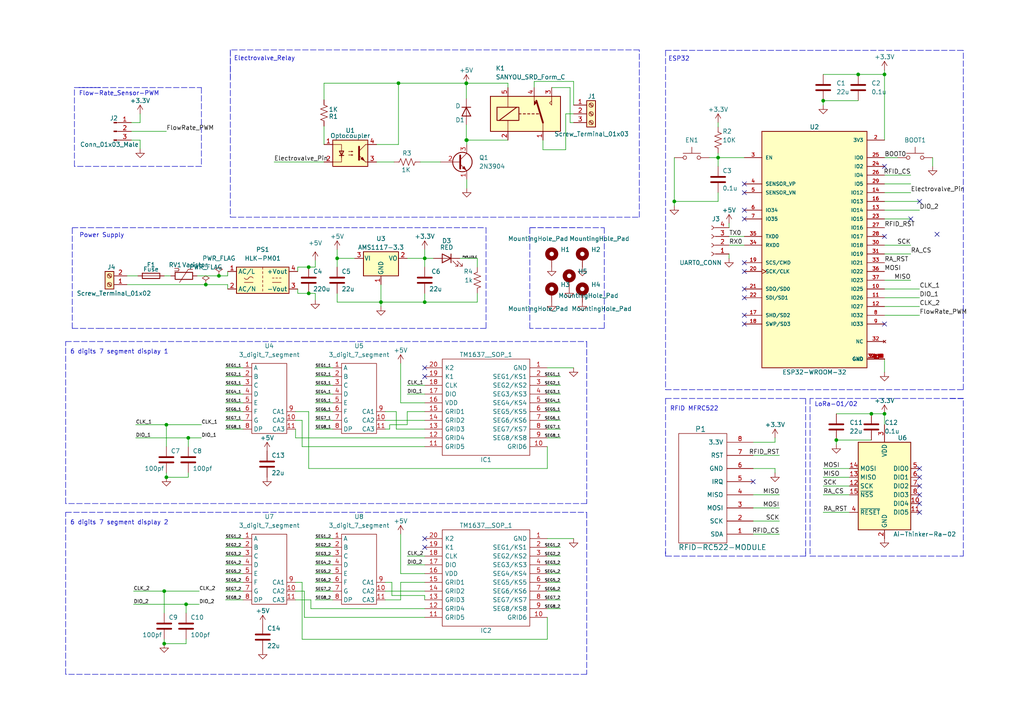
<source format=kicad_sch>
(kicad_sch (version 20211123) (generator eeschema)
  (paper "A4")
  (title_block (title "Fuel Control PCB") (date "2022-07-10") (rev "0.1") (company "Madjid"))
  (junction (at 135.255 40.64))
  (junction (at 54.61 127))
  (junction (at 59.69 82.55))
  (junction (at 123.19 74.93))
  (junction (at 248.92 21.59))
  (junction (at 135.255 24.1854))
  (junction (at 195.58 58.42))
  (junction (at 63.5 80.01))
  (junction (at 123.19 87.63))
  (junction (at 48.26 123.19))
  (junction (at 47.625 171.45))
  (junction (at 242.57 127.635))
  (junction (at 252.73 120.015))
  (junction (at 256.54 120.015))
  (junction (at 238.76 29.21))
  (junction (at 97.79 74.93))
  (junction (at 115.57 24.13))
  (junction (at 89.535 77.47))
  (junction (at 256.54 21.59))
  (junction (at 47.625 186.69))
  (junction (at 135.382 40.64))
  (junction (at 53.975 175.26))
  (junction (at 110.49 87.63))
  (junction (at 48.26 138.43))
  (junction (at 208.28 45.72))
  (junction (at 89.535 85.09))
  (junction (at 135.255 24.13))
  (no_connect (at 123.19 156.21))
  (no_connect (at 215.9 76.2))
  (no_connect (at 264.16 63.5))
  (no_connect (at 123.19 106.68))
  (no_connect (at 123.19 109.22))
  (no_connect (at 218.44 139.7))
  (no_connect (at 266.7 135.89))
  (no_connect (at 266.7 140.97))
  (no_connect (at 266.7 138.43))
  (no_connect (at 266.7 143.51))
  (no_connect (at 266.7 146.05))
  (no_connect (at 266.7 148.59))
  (no_connect (at 123.19 158.75))
  (no_connect (at 266.7 58.42))
  (no_connect (at 215.9 93.98))
  (no_connect (at 215.9 78.74))
  (no_connect (at 271.78 67.945))
  (no_connect (at 256.54 48.26))
  (no_connect (at 215.9 60.96))
  (no_connect (at 215.9 91.44))
  (no_connect (at 215.9 55.88))
  (no_connect (at 256.54 93.98))
  (no_connect (at 256.54 68.58))
  (no_connect (at 215.9 63.5))
  (no_connect (at 215.9 86.36))
  (no_connect (at 215.9 83.82))
  (no_connect (at 215.9 53.34))
  (wire (pts (xy 102.87 74.93) (xy 97.79 74.93)))
  (polyline (pts (xy 234.95 161.29) (xy 279.4 161.29)))
  (wire (pts (xy 154.94 23.622) (xy 166.37 23.622)))
  (wire (pts (xy 252.73 120.015) (xy 256.54 120.015)))
  (wire (pts (xy 91.44 161.29) (xy 96.52 161.29)))
  (polyline (pts (xy 193.04 113.03) (xy 279.4 113.03)))
  (wire (pts (xy 118.11 119.38) (xy 118.11 123.19)))
  (wire (pts (xy 238.76 135.89) (xy 246.38 135.89)))
  (polyline (pts (xy 58.42 48.26) (xy 21.59 48.26)))
  (wire (pts (xy 89.535 119.38) (xy 85.725 119.38)))
  (wire (pts (xy 36.83 80.01) (xy 40.005 80.01)))
  (wire (pts (xy 65.405 156.21) (xy 70.485 156.21)))
  (wire (pts (xy 91.44 75.565) (xy 91.44 77.47)))
  (wire (pts (xy 113.665 168.91) (xy 113.665 172.72)))
  (polyline (pts (xy 170.18 146.05) (xy 19.05 146.05)))
  (wire (pts (xy 86.36 85.09) (xy 89.535 85.09)))
  (wire (pts (xy 115.57 24.13) (xy 135.255 24.13)))
  (wire (pts (xy 91.44 111.76) (xy 96.52 111.76)))
  (wire (pts (xy 256.54 86.36) (xy 266.7 86.36)))
  (wire (pts (xy 53.975 175.26) (xy 53.975 177.8)))
  (wire (pts (xy 36.83 82.55) (xy 59.69 82.55)))
  (wire (pts (xy 116.205 173.99) (xy 111.76 173.99)))
  (wire (pts (xy 123.19 179.07) (xy 88.265 179.07)))
  (wire (pts (xy 65.405 124.46) (xy 70.485 124.46)))
  (wire (pts (xy 226.06 151.13) (xy 218.44 151.13)))
  (polyline (pts (xy 193.04 14.605) (xy 193.04 113.03)))
  (wire (pts (xy 47.625 171.45) (xy 57.785 171.45)))
  (wire (pts (xy 118.11 161.29) (xy 123.19 161.29)))
  (wire (pts (xy 166.37 23.622) (xy 166.37 30.48)))
  (wire (pts (xy 65.405 166.37) (xy 70.485 166.37)))
  (polyline (pts (xy 193.04 14.605) (xy 279.4 14.605)))
  (wire (pts (xy 160.02 25.4) (xy 165.354 25.4)))
  (wire (pts (xy 138.43 85.09) (xy 138.43 87.63)))
  (wire (pts (xy 248.92 21.59) (xy 256.54 21.59)))
  (wire (pts (xy 123.19 74.93) (xy 125.73 74.93)))
  (wire (pts (xy 205.74 45.72) (xy 208.28 45.72)))
  (wire (pts (xy 91.44 166.37) (xy 96.52 166.37)))
  (wire (pts (xy 47.625 171.45) (xy 47.625 177.8)))
  (wire (pts (xy 135.382 40.64) (xy 135.382 41.91)))
  (wire (pts (xy 90.17 176.53) (xy 90.17 173.99)))
  (wire (pts (xy 238.76 148.59) (xy 246.38 148.59)))
  (wire (pts (xy 65.405 119.38) (xy 70.485 119.38)))
  (wire (pts (xy 65.405 161.29) (xy 70.485 161.29)))
  (wire (pts (xy 162.56 127) (xy 158.75 127)))
  (polyline (pts (xy 19.05 195.58) (xy 19.05 148.59)))
  (wire (pts (xy 65.405 111.76) (xy 70.485 111.76)))
  (polyline (pts (xy 185.42 62.992) (xy 185.42 14.478)))
  (wire (pts (xy 135.255 40.64) (xy 135.382 40.64)))
  (wire (pts (xy 256.54 50.8) (xy 264.16 50.8)))
  (wire (pts (xy 57.15 80.01) (xy 63.5 80.01)))
  (wire (pts (xy 270.51 45.72) (xy 270.51 48.26)))
  (wire (pts (xy 264.16 73.66) (xy 256.54 73.66)))
  (wire (pts (xy 54.61 137.16) (xy 54.61 138.43)))
  (wire (pts (xy 256.54 88.9) (xy 266.7 88.9)))
  (wire (pts (xy 66.04 78.74) (xy 66.04 80.01)))
  (wire (pts (xy 91.44 158.75) (xy 96.52 158.75)))
  (wire (pts (xy 123.19 176.53) (xy 90.17 176.53)))
  (wire (pts (xy 264.16 55.88) (xy 256.54 55.88)))
  (wire (pts (xy 116.205 168.91) (xy 116.205 173.99)))
  (wire (pts (xy 97.79 87.63) (xy 110.49 87.63)))
  (wire (pts (xy 48.26 138.43) (xy 48.26 137.16)))
  (wire (pts (xy 123.19 168.91) (xy 116.205 168.91)))
  (wire (pts (xy 113.03 123.19) (xy 113.03 124.46)))
  (wire (pts (xy 110.49 87.63) (xy 123.19 87.63)))
  (wire (pts (xy 162.56 166.37) (xy 158.75 166.37)))
  (wire (pts (xy 86.36 77.47) (xy 89.535 77.47)))
  (wire (pts (xy 211.455 73.66) (xy 211.455 74.93)))
  (polyline (pts (xy 233.68 160.02) (xy 233.68 161.29)))
  (wire (pts (xy 38.735 171.45) (xy 47.625 171.45)))
  (wire (pts (xy 97.79 85.09) (xy 97.79 87.63)))
  (wire (pts (xy 123.19 72.39) (xy 123.19 74.93)))
  (wire (pts (xy 40.64 35.56) (xy 40.64 33.02)))
  (polyline (pts (xy 170.18 99.06) (xy 170.18 110.49)))
  (polyline (pts (xy 66.802 14.732) (xy 66.802 62.992)))
  (polyline (pts (xy 170.18 195.58) (xy 19.05 195.58)))
  (wire (pts (xy 40.64 40.64) (xy 40.64 43.18)))
  (wire (pts (xy 123.19 172.72) (xy 123.19 173.99)))
  (polyline (pts (xy 140.97 66.04) (xy 140.97 95.25)))
  (wire (pts (xy 39.37 127) (xy 54.61 127)))
  (wire (pts (xy 53.975 175.26) (xy 57.785 175.26)))
  (wire (pts (xy 162.56 124.46) (xy 158.75 124.46)))
  (wire (pts (xy 115.57 41.91) (xy 115.57 24.13)))
  (wire (pts (xy 195.58 45.72) (xy 195.58 58.42)))
  (wire (pts (xy 256.54 91.44) (xy 266.7 91.44)))
  (wire (pts (xy 123.19 119.38) (xy 118.11 119.38)))
  (wire (pts (xy 162.56 114.3) (xy 158.75 114.3)))
  (polyline (pts (xy 170.18 148.59) (xy 170.18 160.02)))
  (wire (pts (xy 87.63 185.42) (xy 87.63 168.91)))
  (wire (pts (xy 118.11 163.83) (xy 123.19 163.83)))
  (wire (pts (xy 264.16 53.34) (xy 256.54 53.34)))
  (wire (pts (xy 242.57 120.015) (xy 252.73 120.015)))
  (polyline (pts (xy 193.04 115.57) (xy 193.04 161.29)))
  (wire (pts (xy 65.405 121.92) (xy 70.485 121.92)))
  (wire (pts (xy 38.1 40.64) (xy 40.64 40.64)))
  (wire (pts (xy 121.92 46.99) (xy 127.762 46.99)))
  (wire (pts (xy 158.75 129.54) (xy 158.75 135.89)))
  (wire (pts (xy 154.94 25.4) (xy 154.94 23.622)))
  (wire (pts (xy 93.98 36.576) (xy 93.98 41.91)))
  (polyline (pts (xy 19.05 148.59) (xy 170.18 148.59)))
  (wire (pts (xy 238.76 29.21) (xy 248.92 29.21)))
  (wire (pts (xy 91.44 106.68) (xy 96.52 106.68)))
  (wire (pts (xy 116.205 116.84) (xy 123.19 116.84)))
  (polyline (pts (xy 279.4 115.57) (xy 234.95 115.57)))
  (wire (pts (xy 226.06 143.51) (xy 218.44 143.51)))
  (polyline (pts (xy 19.05 99.06) (xy 170.18 99.06)))
  (wire (pts (xy 118.11 111.76) (xy 123.19 111.76)))
  (wire (pts (xy 39.37 123.19) (xy 48.26 123.19)))
  (wire (pts (xy 89.535 85.09) (xy 91.44 85.09)))
  (wire (pts (xy 65.405 116.84) (xy 70.485 116.84)))
  (polyline (pts (xy 22.86 25.4) (xy 58.42 25.4)))
  (wire (pts (xy 164.084 43.434) (xy 157.48 43.434)))
  (wire (pts (xy 208.28 55.88) (xy 208.28 58.42)))
  (wire (pts (xy 157.48 43.434) (xy 157.48 40.64)))
  (wire (pts (xy 256.54 20.32) (xy 256.54 21.59)))
  (wire (pts (xy 256.54 104.14) (xy 256.54 107.95)))
  (wire (pts (xy 123.19 74.93) (xy 123.19 77.47)))
  (wire (pts (xy 109.22 41.91) (xy 115.57 41.91)))
  (wire (pts (xy 79.502 46.99) (xy 93.98 46.99)))
  (polyline (pts (xy 76.835 66.04) (xy 140.97 66.04)))
  (wire (pts (xy 135.382 40.64) (xy 147.32 40.64)))
  (wire (pts (xy 113.665 172.72) (xy 123.19 172.72)))
  (wire (pts (xy 91.44 119.38) (xy 96.52 119.38)))
  (wire (pts (xy 123.19 85.09) (xy 123.19 87.63)))
  (wire (pts (xy 218.44 135.89) (xy 224.79 135.89)))
  (wire (pts (xy 91.44 121.92) (xy 96.52 121.92)))
  (wire (pts (xy 86.36 78.74) (xy 86.36 77.47)))
  (wire (pts (xy 165.354 35.56) (xy 166.37 35.56)))
  (wire (pts (xy 135.255 24.1854) (xy 135.255 28.575)))
  (polyline (pts (xy 66.802 62.992) (xy 185.42 62.992)))
  (wire (pts (xy 211.455 64.77) (xy 211.455 66.04)))
  (wire (pts (xy 93.98 24.13) (xy 93.98 28.956)))
  (polyline (pts (xy 175.26 95.25) (xy 153.67 95.25)))
  (wire (pts (xy 48.26 123.19) (xy 58.42 123.19)))
  (wire (pts (xy 111.76 168.91) (xy 113.665 168.91)))
  (wire (pts (xy 47.625 186.69) (xy 47.625 185.42)))
  (polyline (pts (xy 153.67 66.04) (xy 175.26 66.04)))
  (wire (pts (xy 54.61 138.43) (xy 48.26 138.43)))
  (polyline (pts (xy 153.67 66.04) (xy 168.275 66.04)))
  (wire (pts (xy 264.16 81.28) (xy 256.54 81.28)))
  (wire (pts (xy 38.1 38.1) (xy 48.26 38.1)))
  (wire (pts (xy 135.255 36.195) (xy 135.255 40.64)))
  (wire (pts (xy 65.405 109.22) (xy 70.485 109.22)))
  (polyline (pts (xy 193.04 161.29) (xy 193.04 160.02)))
  (wire (pts (xy 256.54 21.59) (xy 256.54 40.64)))
  (wire (pts (xy 47.625 80.01) (xy 49.53 80.01)))
  (wire (pts (xy 162.56 116.84) (xy 158.75 116.84)))
  (wire (pts (xy 87.63 168.91) (xy 85.725 168.91)))
  (wire (pts (xy 211.455 68.58) (xy 215.9 68.58)))
  (polyline (pts (xy 233.68 115.57) (xy 233.68 161.29)))
  (wire (pts (xy 162.56 176.53) (xy 158.75 176.53)))
  (wire (pts (xy 238.76 143.51) (xy 246.38 143.51)))
  (wire (pts (xy 224.79 135.89) (xy 224.79 137.16)))
  (wire (pts (xy 38.1 35.56) (xy 40.64 35.56)))
  (wire (pts (xy 256.54 120.015) (xy 256.54 123.19)))
  (wire (pts (xy 123.19 129.54) (xy 87.63 129.54)))
  (wire (pts (xy 66.04 83.82) (xy 66.04 82.55)))
  (wire (pts (xy 91.44 116.84) (xy 96.52 116.84)))
  (wire (pts (xy 38.735 175.26) (xy 53.975 175.26)))
  (wire (pts (xy 238.76 29.21) (xy 238.76 30.48)))
  (wire (pts (xy 86.36 83.82) (xy 86.36 85.09)))
  (wire (pts (xy 114.935 119.38) (xy 111.76 119.38)))
  (wire (pts (xy 264.16 71.12) (xy 256.54 71.12)))
  (wire (pts (xy 65.405 106.68) (xy 70.485 106.68)))
  (wire (pts (xy 166.37 33.02) (xy 164.084 33.02)))
  (wire (pts (xy 264.16 63.5) (xy 256.54 63.5)))
  (wire (pts (xy 91.44 124.46) (xy 96.52 124.46)))
  (wire (pts (xy 135.382 52.07) (xy 135.382 54.61)))
  (wire (pts (xy 116.205 116.84) (xy 116.205 105.41)))
  (wire (pts (xy 53.975 186.69) (xy 47.625 186.69)))
  (polyline (pts (xy 140.97 95.25) (xy 76.835 95.25)))
  (wire (pts (xy 162.56 119.38) (xy 158.75 119.38)))
  (wire (pts (xy 85.725 127) (xy 123.19 127)))
  (wire (pts (xy 65.405 114.3) (xy 70.485 114.3)))
  (polyline (pts (xy 275.59 115.57) (xy 279.4 115.57)))
  (wire (pts (xy 123.19 124.46) (xy 114.935 124.46)))
  (wire (pts (xy 118.11 114.3) (xy 123.19 114.3)))
  (wire (pts (xy 97.79 72.39) (xy 97.79 74.93)))
  (wire (pts (xy 256.54 58.42) (xy 266.7 58.42)))
  (wire (pts (xy 85.725 124.46) (xy 85.725 127)))
  (wire (pts (xy 162.56 168.91) (xy 158.75 168.91)))
  (wire (pts (xy 226.06 147.32) (xy 218.44 147.32)))
  (wire (pts (xy 90.17 173.99) (xy 85.725 173.99)))
  (polyline (pts (xy 28.575 95.25) (xy 76.835 95.25)))
  (wire (pts (xy 165.354 25.4) (xy 165.354 35.56)))
  (wire (pts (xy 256.54 83.82) (xy 266.7 83.82)))
  (polyline (pts (xy 279.4 113.03) (xy 279.4 14.605)))
  (wire (pts (xy 65.405 163.83) (xy 70.485 163.83)))
  (wire (pts (xy 135.255 24.13) (xy 135.255 24.1854)))
  (wire (pts (xy 111.76 121.92) (xy 123.19 121.92)))
  (wire (pts (xy 158.75 135.89) (xy 89.535 135.89)))
  (wire (pts (xy 111.76 171.45) (xy 123.19 171.45)))
  (wire (pts (xy 91.44 171.45) (xy 96.52 171.45)))
  (wire (pts (xy 123.19 74.93) (xy 118.11 74.93)))
  (wire (pts (xy 91.44 163.83) (xy 96.52 163.83)))
  (wire (pts (xy 162.56 171.45) (xy 158.75 171.45)))
  (polyline (pts (xy 175.26 66.04) (xy 175.26 95.25)))
  (wire (pts (xy 211.455 71.12) (xy 215.9 71.12)))
  (wire (pts (xy 256.54 45.72) (xy 260.35 45.72)))
  (polyline (pts (xy 170.18 99.06) (xy 170.18 146.05)))
  (wire (pts (xy 224.79 128.27) (xy 224.79 127)))
  (wire (pts (xy 110.49 82.55) (xy 110.49 87.63)))
  (wire (pts (xy 226.06 154.94) (xy 218.44 154.94)))
  (wire (pts (xy 54.61 127) (xy 58.42 127)))
  (wire (pts (xy 162.56 173.99) (xy 158.75 173.99)))
  (wire (pts (xy 91.44 156.21) (xy 96.52 156.21)))
  (wire (pts (xy 88.265 171.45) (xy 85.725 171.45)))
  (wire (pts (xy 164.084 33.02) (xy 164.084 43.434)))
  (wire (pts (xy 226.06 132.08) (xy 218.44 132.08)))
  (wire (pts (xy 133.35 74.93) (xy 138.43 74.93)))
  (wire (pts (xy 87.63 129.54) (xy 87.63 121.92)))
  (polyline (pts (xy 193.04 115.57) (xy 233.68 115.57)))
  (wire (pts (xy 110.49 87.63) (xy 110.49 88.9)))
  (wire (pts (xy 89.535 77.47) (xy 91.44 77.47)))
  (wire (pts (xy 162.56 111.76) (xy 158.75 111.76)))
  (wire (pts (xy 158.75 156.21) (xy 166.37 156.21)))
  (polyline (pts (xy 21.59 48.26) (xy 21.59 25.4)))
  (wire (pts (xy 87.63 121.92) (xy 85.725 121.92)))
  (wire (pts (xy 158.75 106.68) (xy 166.37 106.68)))
  (wire (pts (xy 118.11 123.19) (xy 113.03 123.19)))
  (wire (pts (xy 59.69 82.55) (xy 66.04 82.55)))
  (polyline (pts (xy 185.42 14.478) (xy 66.802 14.478)))
  (wire (pts (xy 91.44 114.3) (xy 96.52 114.3)))
  (wire (pts (xy 242.57 127.635) (xy 242.57 128.905)))
  (wire (pts (xy 162.56 109.22) (xy 158.75 109.22)))
  (wire (pts (xy 208.28 45.72) (xy 208.28 48.26)))
  (wire (pts (xy 208.28 45.72) (xy 215.9 45.72)))
  (wire (pts (xy 135.255 24.13) (xy 147.32 24.13)))
  (wire (pts (xy 123.19 87.63) (xy 138.43 87.63)))
  (polyline (pts (xy 20.955 95.25) (xy 28.575 95.25)))
  (polyline (pts (xy 234.95 115.57) (xy 234.95 161.29)))
  (polyline (pts (xy 279.4 161.29) (xy 279.4 115.57)))
  (polyline (pts (xy 233.68 161.29) (xy 193.04 161.29)))
  (polyline (pts (xy 20.955 95.25) (xy 20.955 66.04)))
  (wire (pts (xy 63.5 80.01) (xy 66.04 80.01)))
  (wire (pts (xy 208.28 44.45) (xy 208.28 45.72)))
  (wire (pts (xy 116.205 166.37) (xy 123.19 166.37)))
  (wire (pts (xy 242.57 127.635) (xy 252.73 127.635)))
  (wire (pts (xy 54.61 127) (xy 54.61 129.54)))
  (wire (pts (xy 162.56 121.92) (xy 158.75 121.92)))
  (wire (pts (xy 238.76 21.59) (xy 248.92 21.59)))
  (wire (pts (xy 208.28 35.56) (xy 208.28 36.83)))
  (wire (pts (xy 48.26 123.19) (xy 48.26 129.54)))
  (wire (pts (xy 88.265 179.07) (xy 88.265 171.45)))
  (wire (pts (xy 138.43 74.93) (xy 138.43 77.47)))
  (wire (pts (xy 53.975 185.42) (xy 53.975 186.69)))
  (wire (pts (xy 162.56 163.83) (xy 158.75 163.83)))
  (wire (pts (xy 109.22 46.99) (xy 114.3 46.99)))
  (wire (pts (xy 238.76 138.43) (xy 246.38 138.43)))
  (wire (pts (xy 89.535 119.38) (xy 89.535 135.89)))
  (wire (pts (xy 65.405 173.99) (xy 70.485 173.99)))
  (wire (pts (xy 91.44 168.91) (xy 96.52 168.91)))
  (wire (pts (xy 195.58 58.42) (xy 195.58 59.69)))
  (wire (pts (xy 162.56 161.29) (xy 158.75 161.29)))
  (polyline (pts (xy 28.575 66.04) (xy 76.835 66.04)))
  (wire (pts (xy 91.44 109.22) (xy 96.52 109.22)))
  (polyline (pts (xy 170.18 148.59) (xy 170.18 195.58)))
  (wire (pts (xy 114.935 124.46) (xy 114.935 119.38)))
  (wire (pts (xy 158.75 179.07) (xy 158.75 185.42)))
  (polyline (pts (xy 21.59 25.4) (xy 29.21 25.4)))
  (polyline (pts (xy 19.05 146.05) (xy 19.05 99.06)))
  (wire (pts (xy 91.44 85.09) (xy 91.44 86.995)))
  (wire (pts (xy 208.28 58.42) (xy 195.58 58.42)))
  (polyline (pts (xy 153.67 95.25) (xy 153.67 66.04)))
  (wire (pts (xy 158.75 185.42) (xy 87.63 185.42)))
  (wire (pts (xy 113.03 124.46) (xy 111.76 124.46)))
  (wire (pts (xy 93.98 24.13) (xy 115.57 24.13)))
  (wire (pts (xy 218.44 128.27) (xy 224.79 128.27)))
  (polyline (pts (xy 20.955 66.04) (xy 28.575 66.04)))
  (wire (pts (xy 256.54 60.96) (xy 266.7 60.96)))
  (wire (pts (xy 65.405 158.75) (xy 70.485 158.75)))
  (polyline (pts (xy 66.802 14.478) (xy 66.802 22.86)))
  (wire (pts (xy 97.79 74.93) (xy 97.79 77.47)))
  (wire (pts (xy 65.405 171.45) (xy 70.485 171.45)))
  (wire (pts (xy 238.76 140.97) (xy 246.38 140.97)))
  (polyline (pts (xy 58.42 25.4) (xy 58.42 48.26)))
  (wire (pts (xy 65.405 168.91) (xy 70.485 168.91)))
  (wire (pts (xy 91.44 173.99) (xy 96.52 173.99)))
  (wire (pts (xy 162.56 158.75) (xy 158.75 158.75)))
  (wire (pts (xy 147.32 25.4) (xy 147.32 24.13)))
  (wire (pts (xy 116.205 166.37) (xy 116.205 154.94)))
  (text "Electrovalve_Relay" (at 67.818 17.78 0) (effects (font (size 1.27 1.27)) (justify left bottom)))
  (text "6 digits 7 segment display 2" (at 20.32 152.4 0) (effects (font (size 1.27 1.27)) (justify left bottom)))
  (text "LoRa-01/02\n" (at 236.22 118.11 0) (effects (font (size 1.27 1.27)) (justify left bottom)))
  (text "6 digits 7 segment display 1" (at 20.32 102.87 0) (effects (font (size 1.27 1.27)) (justify left bottom)))
  (text "RFID MFRC522" (at 194.31 119.38 0) (effects (font (size 1.27 1.27)) (justify left bottom)))
  (text "ESP32" (at 193.802 17.907 0) (effects (font (size 1.27 1.27)) (justify left bottom)))
  (text "Power Supply" (at 22.987 69.088 0) (effects (font (size 1.27 1.27)) (justify left bottom)))
  (text "Flow-Rate_Sensor-PWM" (at 22.86 27.94 0) (effects (font (size 1.27 1.27)) (justify left bottom)))
  (label "Electrovalve_Pin" (at 79.502 46.99 0))
  (label "RFID_RST" (at 256.54 66.04 0))
  (label "SEG2_1" (at 65.405 109.22 0) (effects (font (size 0.8 0.8))))
  (label "DIO_2" (at 57.785 175.26 0) (effects (font (size 1 1))))
  (label "DIO_2" (at 38.735 175.26 0) (effects (font (size 1 1))))
  (label "SEG5_2" (at 65.405 166.37 0) (effects (font (size 0.8 0.8))))
  (label "SEG3_1" (at 91.44 111.76 0) (effects (font (size 0.8 0.8))))
  (label "TX0" (at 211.455 68.58 0))
  (label "DIO_1" (at 39.37 127 0) (effects (font (size 1 1))))
  (label "SEG2_2" (at 65.405 158.75 0) (effects (font (size 0.8 0.8))))
  (label "RA_CS" (at 264.16 73.66 0))
  (label "FlowRate_PWM" (at 48.26 38.1 0))
  (label "RA_RST" (at 238.76 148.59 0))
  (label "BOOT0" (at 256.54 45.72 0))
  (label "SEG4_1" (at 91.44 114.3 0) (effects (font (size 0.8 0.8))))
  (label "SEG4_1" (at 65.405 114.3 0) (effects (font (size 0.8 0.8))))
  (label "SEG4_2" (at 162.56 166.37 180) (effects (font (size 0.8 0.8))))
  (label "SEG4_2" (at 65.405 163.83 0) (effects (font (size 0.8 0.8))))
  (label "CLK_1" (at 266.7 83.82 0))
  (label "RFID_CS" (at 226.06 154.94 180))
  (label "SCK" (at 226.06 151.13 180))
  (label "CLK_1" (at 58.42 123.19 0) (effects (font (size 1 1))))
  (label "DIO_2" (at 118.11 163.83 0) (effects (font (size 1 1))))
  (label "SEG3_1" (at 65.405 111.76 0) (effects (font (size 0.8 0.8))))
  (label "SEG1_1" (at 65.405 106.68 0) (effects (font (size 0.8 0.8))))
  (label "RX0" (at 211.455 71.12 0))
  (label "SEG6_1" (at 162.56 121.92 180) (effects (font (size 0.8 0.8))))
  (label "DIO_1" (at 58.42 127 0) (effects (font (size 1 1))))
  (label "SEG6_2" (at 91.44 168.91 0) (effects (font (size 0.8 0.8))))
  (label "CLK_2" (at 266.7 88.9 0))
  (label "Electrovalve_Pin" (at 264.16 55.88 0))
  (label "SEG6_2" (at 65.405 168.91 0) (effects (font (size 0.8 0.8))))
  (label "RA_CS" (at 238.76 143.51 0))
  (label "SEG8_2" (at 91.44 173.99 0) (effects (font (size 0.8 0.8))))
  (label "SEG6_1" (at 65.405 119.38 0) (effects (font (size 0.8 0.8))))
  (label "CLK_2" (at 57.785 171.45 0) (effects (font (size 1 1))))
  (label "SEG1_1" (at 91.44 106.68 0) (effects (font (size 0.8 0.8))))
  (label "MISO" (at 238.76 138.43 0))
  (label "SEG7_1" (at 162.56 124.46 180) (effects (font (size 0.8 0.8))))
  (label "MISO" (at 226.06 143.51 180))
  (label "SEG8_2" (at 162.56 176.53 180) (effects (font (size 0.8 0.8))))
  (label "SEG5_1" (at 65.405 116.84 0) (effects (font (size 0.8 0.8))))
  (label "SEG5_1" (at 162.56 119.38 180) (effects (font (size 0.8 0.8))))
  (label "SEG7_2" (at 162.56 173.99 180) (effects (font (size 0.8 0.8))))
  (label "SEG2_2" (at 162.56 161.29 180) (effects (font (size 0.8 0.8))))
  (label "SCK" (at 264.16 71.12 180))
  (label "SEG5_1" (at 91.44 116.84 0) (effects (font (size 0.8 0.8))))
  (label "SEG3_1" (at 162.56 114.3 180) (effects (font (size 0.8 0.8))))
  (label "FlowRate_PWM" (at 266.7 91.44 0))
  (label "SCK" (at 238.76 140.97 0))
  (label "SEG3_2" (at 91.44 161.29 0) (effects (font (size 0.8 0.8))))
  (label "MISO" (at 264.16 81.28 180))
  (label "SEG2_1" (at 162.56 111.76 180) (effects (font (size 0.8 0.8))))
  (label "SEG8_1" (at 91.44 124.46 0) (effects (font (size 0.8 0.8))))
  (label "SEG1_2" (at 162.56 158.75 180) (effects (font (size 0.8 0.8))))
  (label "DIO_2" (at 266.7 60.96 0))
  (label "SEG1_2" (at 91.44 156.21 0) (effects (font (size 0.8 0.8))))
  (label "SEG8_2" (at 65.405 173.99 0) (effects (font (size 0.8 0.8))))
  (label "CLK_2" (at 118.11 161.29 0) (effects (font (size 1 1))))
  (label "SEG8_1" (at 65.405 124.46 0) (effects (font (size 0.8 0.8))))
  (label "RA_RST" (at 256.54 76.2 0))
  (label "PWR_LED_C" (at 138.43 74.93 180) (effects (font (size 0.5 0.5))))
  (label "CLK_1" (at 118.11 111.76 0) (effects (font (size 1 1))))
  (label "SEG5_2" (at 162.56 168.91 180) (effects (font (size 0.8 0.8))))
  (label "MOSI" (at 238.76 135.89 0))
  (label "SEG4_1" (at 162.56 116.84 180) (effects (font (size 0.8 0.8))))
  (label "SEG6_2" (at 162.56 171.45 180) (effects (font (size 0.8 0.8))))
  (label "SEG5_2" (at 91.44 166.37 0) (effects (font (size 0.8 0.8))))
  (label "MOSI" (at 226.06 147.32 180))
  (label "RFID_RST" (at 226.06 132.08 180))
  (label "SEG6_1" (at 91.44 119.38 0) (effects (font (size 0.8 0.8))))
  (label "MOSI" (at 256.54 78.74 0))
  (label "SEG7_2" (at 65.405 171.45 0) (effects (font (size 0.8 0.8))))
  (label "SEG7_1" (at 65.405 121.92 0) (effects (font (size 0.8 0.8))))
  (label "SEG8_1" (at 162.56 127 180) (effects (font (size 0.8 0.8))))
  (label "SEG7_1" (at 91.44 121.92 0) (effects (font (size 0.8 0.8))))
  (label "CLK_1" (at 39.37 123.19 0) (effects (font (size 1 1))))
  (label "SEG3_2" (at 162.56 163.83 180) (effects (font (size 0.8 0.8))))
  (label "SEG2_2" (at 91.44 158.75 0) (effects (font (size 0.8 0.8))))
  (label "RFID_CS" (at 264.16 50.8 180))
  (label "SEG1_2" (at 65.405 156.21 0) (effects (font (size 0.8 0.8))))
  (label "SEG7_2" (at 91.44 171.45 0) (effects (font (size 0.8 0.8))))
  (label "CLK_2" (at 38.735 171.45 0) (effects (font (size 1 1))))
  (label "SEG1_1" (at 162.56 109.22 180) (effects (font (size 0.8 0.8))))
  (label "DIO_1" (at 266.7 86.36 0))
  (label "DIO_1" (at 118.11 114.3 0) (effects (font (size 1 1))))
  (label "SEG4_2" (at 91.44 163.83 0) (effects (font (size 0.8 0.8))))
  (label "SEG3_2" (at 65.405 161.29 0) (effects (font (size 0.8 0.8))))
  (label "SEG2_1" (at 91.44 109.22 0) (effects (font (size 0.8 0.8))))
  (symbol (lib_id "Device:C") (at 238.76 25.4 0) (unit 1)
    (property "Reference" "C1" (at 242.57 24.1299 0) (effects (justify left)))
    (property "Value" "22u" (at 242.57 26.6699 0) (effects (justify left)))
    (property "Footprint" "Capacitor_SMD:C_0603_1608Metric" (effects hide))
  )
  (symbol (lib_id "Device:LED") (at 129.54 74.93 0) (mirror y) (unit 1)
    (property "Reference" "D3" (at 129.54 69.85 0))
    (property "Value" "RED" (at 129.54 71.755 0))
    (property "Footprint" "LED_THT:LED_D5.0mm" (effects hide))
  )
  (symbol (lib_id "power:GND") (at 40.64 43.18 0) (unit 1)
    (property "Reference" "#PWR06" (effects hide))
    (property "Value" "GND" (effects hide))
  )
  (symbol (lib_id "power:+3.3V") (at 256.54 120.015 0) (unit 1)
    (property "Reference" "#PWR021" (effects hide))
    (property "Value" "+3.3V" (at 256.54 116.205 0))
  )
  (symbol (lib_id "power:GND") (at 168.91 77.47 0) (unit 1)
    (property "Reference" "#PWR0105" (effects hide))
    (property "Value" "GND" (effects hide))
  )
  (symbol (lib_id "power:+5V") (at 116.205 105.41 0) (unit 1)
    (property "Reference" "#PWR017" (effects hide))
    (property "Value" "+5V" (at 116.205 101.6 0))
  )
  (symbol (lib_id "Device:C") (at 77.47 134.62 0) (unit 1)
    (property "Reference" "C13" (at 78.74 132.08 0) (effects (justify left)))
    (property "Value" "22u" (at 78.74 137.16 0) (effects (justify left)))
    (property "Footprint" "Capacitor_SMD:C_0603_1608Metric" (effects hide))
  )
  (symbol (lib_name "3_digit_7_segment_2") (lib_id "7 segments:3_digit_7_segment") (at 76.835 166.37 0) (unit 1)
    (property "Reference" "U7" (at 78.105 149.86 0))
    (property "Value" "3_digit_7_segment" (at 78.105 152.4 0))
    (property "Footprint" "7 segments:3 digit 7 segment" (effects hide))
  )
  (symbol (lib_id "Device:C") (at 97.79 81.28 0) (unit 1)
    (property "Reference" "C5" (at 99.06 78.74 0) (effects (justify left)))
    (property "Value" "22u" (at 99.06 83.82 0) (effects (justify left)))
    (property "Footprint" "Capacitor_SMD:C_0603_1608Metric" (effects hide))
  )
  (symbol (lib_id "Device:C") (at 248.92 25.4 0) (unit 1)
    (property "Reference" "C2" (at 252.73 24.1299 0) (effects (justify left)))
    (property "Value" "0.1u" (at 252.73 26.6699 0) (effects (justify left)))
    (property "Footprint" "Capacitor_SMD:C_0603_1608Metric" (effects hide))
  )
  (symbol (lib_id "ESP32-WROOM-32:ESP32-WROOM-32") (at 236.22 73.66 0) (unit 1)
    (property "Reference" "U2" (at 236.22 36.83 0))
    (property "Value" "ESP32-WROOM-32" (at 236.22 107.95 0))
    (property "Footprint" "ESP32-WROOM-32:MODULE_ESP32-WROOM-32" (effects hide))
    (property "PARTREV" "2.9" (effects hide))
    (property "MANUFACTURER" "Espressif Systems" (effects hide))
    (property "MAXIMUM_PACKAGE_HEIGHT" "3.2 mm" (effects hide))
    (property "STANDARD" "Manufacturer Recommendations" (effects hide))
  )
  (symbol (lib_id "Device:C") (at 89.535 81.28 0) (unit 1)
    (property "Reference" "C4" (at 90.805 78.74 0) (effects (justify left)))
    (property "Value" "220u" (at 90.805 83.82 0) (effects (justify left)))
    (property "Footprint" "Capacitor_THT:C_Radial_D8.0mm_H11.5mm_P3.50mm" (effects hide))
  )
  (symbol (lib_id "Device:C") (at 123.19 81.28 0) (unit 1)
    (property "Reference" "C6" (at 125.095 78.74 0) (effects (justify left)))
    (property "Value" "22u" (at 124.46 83.82 0) (effects (justify left)))
    (property "Footprint" "Capacitor_SMD:C_0603_1608Metric" (effects hide))
  )
  (symbol (lib_id "power:GND") (at 160.02 77.47 0) (unit 1)
    (property "Reference" "#PWR0103" (effects hide))
    (property "Value" "GND" (effects hide))
  )
  (symbol (lib_id "Mechanical:MountingHole_Pad") (at 168.91 74.93 0) (unit 1)
    (property "Reference" "H2" (at 171.45 72.3899 0) (effects (justify left)))
    (property "Value" "MountingHole_Pad" (at 165.1 69.215 0) (effects (justify left)))
    (property "Footprint" "MountingHole:MountingHole_4.3mm_M4_ISO14580_Pad" (effects hide))
  )
  (symbol (lib_id "TM1637__SOP_:TM1637__SOP_") (at 158.75 106.68 0) (mirror y) (unit 1)
    (property "Reference" "IC1" (at 140.97 133.35 0))
    (property "Value" "TM1637__SOP_1" (at 140.97 102.87 0))
    (property "Footprint" "KiCad:SOIC127P1045X280-20N" (effects hide))
    (property "Datasheet" "https://www.mcielectronics.cl/website_MCI/static/documents/Datasheet_TM1637.pdf" (effects hide))
    (property "Description" "LED Drive Control Special Circuit" (effects hide))
    (property "Height" "2.8" (effects hide))
    (property "Manufacturer_Name" "TITAN MICRO ELECTRONICS" (effects hide))
    (property "Manufacturer_Part_Number" "TM1637 (SOP)" (effects hide))
  )
  (symbol (lib_id "power:GND") (at 242.57 128.905 0) (unit 1)
    (property "Reference" "#PWR030" (effects hide))
    (property "Value" "GND" (effects hide))
  )
  (symbol (lib_id "power:+5V") (at 135.255 24.1854 0) (unit 1)
    (property "Reference" "#PWR02" (effects hide))
    (property "Value" "+5V" (at 135.255 20.3754 0))
  )
  (symbol (lib_id "power:GND") (at 211.455 74.93 0) (unit 1)
    (property "Reference" "#PWR013" (effects hide))
    (property "Value" "GND" (effects hide))
  )
  (symbol (lib_id "power:PWR_FLAG") (at 63.5 80.01 0) (unit 1)
    (property "Reference" "#FLG01" (effects hide))
    (property "Value" "PWR_FLAG" (at 63.5 74.93 0))
  )
  (symbol (lib_id "7 segments:3_digit_7_segment") (at 102.87 116.84 0) (unit 1)
    (property "Reference" "U5" (at 104.14 100.33 0))
    (property "Value" "3_digit_7_segment" (at 104.14 102.87 0))
    (property "Footprint" "7 segments:3 digit 7 segment" (effects hide))
  )
  (symbol (lib_id "power:GND") (at 256.54 156.21 0) (unit 1)
    (property "Reference" "#PWR027" (effects hide))
    (property "Value" "GND" (effects hide))
  )
  (symbol (lib_id "power:PWR_FLAG") (at 59.69 82.55 0) (unit 1)
    (property "Reference" "#FLG02" (effects hide))
    (property "Value" "PWR_FLAG" (at 59.69 77.47 0))
  )
  (symbol (lib_id "Device:R_US") (at 118.11 46.99 90) (unit 1)
    (property "Reference" "R3" (at 119.38 44.45 90) (effects (justify left)))
    (property "Value" "1K" (at 119.126 49.276 90) (effects (justify left)))
    (property "Footprint" "Resistor_SMD:R_0402_1005Metric" (effects hide))
  )
  (symbol (lib_id "Device:C") (at 53.975 181.61 0) (unit 1)
    (property "Reference" "C10" (at 55.245 179.07 0) (effects (justify left)))
    (property "Value" "100pf" (at 55.245 184.15 0) (effects (justify left)))
    (property "Footprint" "Capacitor_SMD:C_0402_1005Metric" (effects hide))
  )
  (symbol (lib_id "Converter_ACDC:HLK-PM01") (at 76.2 81.28 0) (unit 1)
    (property "Reference" "PS1" (at 76.2 72.39 0))
    (property "Value" "HLK-PM01" (at 76.2 74.93 0))
    (property "Footprint" "Converter_ACDC:Converter_ACDC_HiLink_HLK-PMxx" (effects hide))
    (property "Datasheet" "http://www.hlktech.net/product_detail.php?ProId=54" (effects hide))
  )
  (symbol (lib_id "Switch:SW_Push") (at 265.43 45.72 0) (mirror y) (unit 1)
    (property "Reference" "BOOT1" (at 265.43 40.64 0))
    (property "Value" "SW_Push" (effects hide))
    (property "Footprint" "Button_Switch_SMD:SW_SPST_CK_RS282G05A3" (effects hide))
  )
  (symbol (lib_id "Device:C") (at 252.73 123.825 0) (unit 1)
    (property "Reference" "C12" (at 256.54 122.5549 0) (effects (justify left)))
    (property "Value" "0.1u" (at 256.54 125.0949 0) (effects (justify left)))
    (property "Footprint" "Capacitor_SMD:C_0603_1608Metric" (effects hide))
  )
  (symbol (lib_id "Mechanical:MountingHole_Pad") (at 168.91 85.09 0) (unit 1)
    (property "Reference" "H4" (at 171.45 82.5499 0) (effects (justify left)))
    (property "Value" "MountingHole_Pad" (at 165.735 89.535 0) (effects (justify left)))
    (property "Footprint" "MountingHole:MountingHole_4.3mm_M4_ISO14580_Pad" (effects hide))
  )
  (symbol (lib_id "power:GND") (at 77.47 138.43 0) (unit 1)
    (property "Reference" "#PWR0106" (effects hide))
    (property "Value" "GND" (effects hide))
  )
  (symbol (lib_id "Device:C") (at 54.61 133.35 0) (unit 1)
    (property "Reference" "C8" (at 55.88 130.81 0) (effects (justify left)))
    (property "Value" "100pf" (at 55.88 135.89 0) (effects (justify left)))
    (property "Footprint" "Capacitor_SMD:C_0402_1005Metric" (effects hide))
  )
  (symbol (lib_id "Switch:SW_Push") (at 200.66 45.72 0) (unit 1)
    (property "Reference" "EN1" (at 200.66 40.64 0))
    (property "Value" "SW_Push" (effects hide))
    (property "Footprint" "Button_Switch_SMD:SW_SPST_CK_RS282G05A3" (effects hide))
  )
  (symbol (lib_id "power:GND") (at 224.79 137.16 0) (unit 1)
    (property "Reference" "#PWR023" (effects hide))
    (property "Value" "GND" (effects hide))
  )
  (symbol (lib_id "Mechanical:MountingHole_Pad") (at 165.1 81.28 0) (unit 1)
    (property "Reference" "H5" (at 167.64 78.7399 0) (effects (justify left)))
    (property "Value" "MountingHole_Pad" (at 161.925 85.725 0) (effects (justify left)))
    (property "Footprint" "MountingHole:MountingHole_4.3mm_M4_ISO14580_Pad" (effects hide))
  )
  (symbol (lib_id "power:+5V") (at 97.79 72.39 0) (unit 1)
    (property "Reference" "#PWR011" (effects hide))
    (property "Value" "+5V" (at 97.79 68.58 0))
  )
  (symbol (lib_id "power:GND") (at 166.37 106.68 0) (unit 1)
    (property "Reference" "#PWR018" (effects hide))
    (property "Value" "GND" (effects hide))
  )
  (symbol (lib_id "Device:R_US") (at 138.43 81.28 0) (mirror y) (unit 1)
    (property "Reference" "R4" (at 137.16 78.74 0) (effects (justify left)))
    (property "Value" "1k" (at 137.16 81.28 0) (effects (justify left)))
    (property "Footprint" "Resistor_SMD:R_0402_1005Metric" (effects hide))
  )
  (symbol (lib_id "Isolator:SFH617A-1") (at 101.6 44.45 0) (unit 1)
    (property "Reference" "U1" (at 101.6 37.846 0))
    (property "Value" "Optocoupler" (at 101.6 39.37 0))
    (property "Footprint" "Package_DIP:DIP-4_W7.62mm" (effects hide))
    (property "Datasheet" "http://www.vishay.com/docs/83740/sfh617a.pdf" (effects hide))
  )
  (symbol (lib_id "Device:Varistor") (at 53.34 80.01 270) (unit 1)
    (property "Reference" "RV1" (at 52.705 76.835 90) (effects (justify right)))
    (property "Value" "Varistor" (at 60.325 76.835 90) (effects (justify right)))
    (property "Footprint" "Varistor:RV_Disc_D12mm_W5.1mm_P7.5mm" (effects hide))
  )
  (symbol (lib_id "power:+3.3V") (at 208.28 35.56 0) (unit 1)
    (property "Reference" "#PWR05" (effects hide))
    (property "Value" "+3.3V" (at 208.28 31.75 0))
  )
  (symbol (lib_id "Device:C") (at 47.625 181.61 0) (unit 1)
    (property "Reference" "C9" (at 48.895 179.07 0) (effects (justify left)))
    (property "Value" "100pf" (at 41.275 184.15 0) (effects (justify left)))
    (property "Footprint" "Capacitor_SMD:C_0402_1005Metric" (effects hide))
  )
  (symbol (lib_id "Device:R_US") (at 93.98 32.766 180) (unit 1)
    (property "Reference" "R1" (at 98.044 33.782 0) (effects (justify left)))
    (property "Value" "1K" (at 98.044 31.75 0) (effects (justify left)))
    (property "Footprint" "Resistor_SMD:R_0402_1005Metric" (effects hide))
  )
  (symbol (lib_id "rfid-rc522-module:RFID-RC522-MODULE") (at 204.47 140.97 90) (unit 1)
    (property "Reference" "P1" (at 203.2 124.46 90) (effects (font (size 1.524 1.524))))
    (property "Value" "RFID-RC522-MODULE" (at 209.55 158.75 90) (effects (font (size 1.524 1.524))))
    (property "Footprint" "Connector_PinSocket_2.54mm:PinSocket_1x08_P2.54mm_Vertical" (effects hide))
  )
  (symbol (lib_id "Connector:Conn_01x04_Female") (at 206.375 71.12 180) (unit 1)
    (property "Reference" "J3" (at 207.645 63.5 0))
    (property "Value" "UART0_CONN" (at 203.2 76.2 0))
    (property "Footprint" "Connector_PinHeader_2.54mm:PinHeader_1x04_P2.54mm_Vertical" (effects hide))
  )
  (symbol (lib_id "RF_Module:Ai-Thinker-Ra-02") (at 256.54 140.97 0) (unit 1)
    (property "Reference" "U6" (at 260.35 127 0) (effects (justify left)))
    (property "Value" "Ai-Thinker-Ra-02" (at 259.08 154.94 0) (effects (justify left)))
    (property "Footprint" "RF_Module:Ai-Thinker-Ra-01-LoRa" (effects hide))
    (property "Datasheet" "http://wiki.ai-thinker.com/_media/lora/docs/c048ps01a1_ra-02_product_specification_v1.1.pdf" (effects hide))
  )
  (symbol (lib_id "power:GND") (at 135.382 54.61 0) (unit 1)
    (property "Reference" "#PWR08" (effects hide))
    (property "Value" "GND" (effects hide))
  )
  (symbol (lib_id "power:+5V") (at 91.44 75.565 0) (unit 1)
    (property "Reference" "#PWR014" (effects hide))
    (property "Value" "+5V" (at 91.44 70.485 0))
  )
  (symbol (lib_id "Device:Fuse") (at 43.815 80.01 90) (unit 1)
    (property "Reference" "F1" (at 43.815 76.835 90))
    (property "Value" "Fuse" (at 43.815 78.105 90))
    (property "Footprint" "Fuse:Fuseholder_Cylinder-5x20mm_Schurter_0031_8201_Horizontal_Open" (effects hide))
  )
  (symbol (lib_id "Device:C") (at 208.28 52.07 0) (unit 1)
    (property "Reference" "C3" (at 209.55 49.53 0) (effects (justify left)))
    (property "Value" "0.1u" (at 209.55 54.61 0) (effects (justify left)))
    (property "Footprint" "Capacitor_SMD:C_0603_1608Metric" (effects hide))
  )
  (symbol (lib_id "power:+5V") (at 77.47 130.81 0) (unit 1)
    (property "Reference" "#PWR0108" (effects hide))
    (property "Value" "+5V" (at 77.47 127 0))
  )
  (symbol (lib_id "Mechanical:MountingHole_Pad") (at 160.02 85.09 0) (unit 1)
    (property "Reference" "H3" (at 162.56 82.5499 0) (effects (justify left)))
    (property "Value" "MountingHole_Pad" (at 147.32 89.535 0) (effects (justify left)))
    (property "Footprint" "MountingHole:MountingHole_4.3mm_M4_ISO14580_Pad" (effects hide))
  )
  (symbol (lib_id "Regulator_Linear:AMS1117-3.3") (at 110.49 74.93 0) (unit 1)
    (property "Reference" "U3" (at 110.49 69.215 0))
    (property "Value" "AMS1117-3.3" (at 110.49 71.755 0))
    (property "Footprint" "Package_TO_SOT_SMD:SOT-223-3_TabPin2" (effects hide))
    (property "Datasheet" "http://www.advanced-monolithic.com/pdf/ds1117.pdf" (effects hide))
  )
  (symbol (lib_id "Connector:Conn_01x03_Male") (at 33.02 38.1 0) (unit 1)
    (property "Reference" "J2" (at 33.02 34.29 0))
    (property "Value" "Conn_01x03_Male" (at 31.75 41.91 0))
    (property "Footprint" "Connector_PinHeader_2.54mm:PinHeader_1x03_P2.54mm_Vertical" (effects hide))
  )
  (symbol (lib_id "power:GND") (at 76.2 188.595 0) (unit 1)
    (property "Reference" "#PWR0109" (effects hide))
    (property "Value" "GND" (effects hide))
  )
  (symbol (lib_name "3_digit_7_segment_3") (lib_id "7 segments:3_digit_7_segment") (at 102.87 166.37 0) (unit 1)
    (property "Reference" "U8" (at 104.14 149.86 0))
    (property "Value" "3_digit_7_segment" (at 104.14 152.4 0))
    (property "Footprint" "7 segments:3 digit 7 segment" (effects hide))
  )
  (symbol (lib_id "power:+3.3V") (at 123.19 72.39 0) (unit 1)
    (property "Reference" "#PWR012" (effects hide))
    (property "Value" "+3.3V" (at 123.19 68.58 0))
  )
  (symbol (lib_id "power:GND") (at 47.625 186.69 0) (unit 1)
    (property "Reference" "#PWR029" (effects hide))
    (property "Value" "GND" (effects hide))
  )
  (symbol (lib_id "power:GND") (at 110.49 88.9 0) (unit 1)
    (property "Reference" "#PWR016" (effects hide))
    (property "Value" "GND" (effects hide))
  )
  (symbol (lib_id "power:GND") (at 195.58 59.69 0) (unit 1)
    (property "Reference" "#PWR09" (effects hide))
    (property "Value" "GND" (effects hide))
  )
  (symbol (lib_id "power:GND") (at 238.76 30.48 0) (unit 1)
    (property "Reference" "#PWR03" (effects hide))
    (property "Value" "GND" (effects hide))
  )
  (symbol (lib_id "Mechanical:MountingHole_Pad") (at 160.02 74.93 0) (unit 1)
    (property "Reference" "H1" (at 162.56 72.3899 0) (effects (justify left)))
    (property "Value" "MountingHole_Pad" (at 147.32 69.215 0) (effects (justify left)))
    (property "Footprint" "MountingHole:MountingHole_4.3mm_M4_ISO14580_Pad" (effects hide))
  )
  (symbol (lib_id "power:+3.3V") (at 224.79 127 0) (unit 1)
    (property "Reference" "#PWR022" (effects hide))
    (property "Value" "+3.3V" (at 224.79 123.19 0))
  )
  (symbol (lib_id "Device:R_US") (at 208.28 40.64 0) (unit 1)
    (property "Reference" "R2" (at 209.55 38.1 0) (effects (justify left)))
    (property "Value" "10K" (at 209.55 40.64 0) (effects (justify left)))
    (property "Footprint" "Resistor_SMD:R_0402_1005Metric" (effects hide))
  )
  (symbol (lib_id "power:GND") (at 160.02 87.63 0) (unit 1)
    (property "Reference" "#PWR0101" (effects hide))
    (property "Value" "GND" (effects hide))
  )
  (symbol (lib_id "power:GND") (at 270.51 48.26 0) (mirror y) (unit 1)
    (property "Reference" "#PWR07" (effects hide))
    (property "Value" "GND" (effects hide))
  )
  (symbol (lib_id "power:+5V") (at 211.455 64.77 0) (unit 1)
    (property "Reference" "#PWR010" (effects hide))
    (property "Value" "+5V" (at 211.455 60.96 0))
  )
  (symbol (lib_id "power:GND") (at 256.54 107.95 0) (unit 1)
    (property "Reference" "#PWR019" (effects hide))
    (property "Value" "GND" (effects hide))
  )
  (symbol (lib_id "Device:D") (at 135.255 32.385 270) (unit 1)
    (property "Reference" "D1" (at 132.08 34.798 90) (effects (justify left)))
    (property "Value" "D" (at 132.08 30.734 90) (effects (justify left)))
    (property "Footprint" "Diode_SMD:D_0603_1608Metric" (effects hide))
  )
  (symbol (lib_id "Transistor_BJT:2N3904") (at 132.842 46.99 0) (unit 1)
    (property "Reference" "Q1" (at 138.938 45.7199 0) (effects (justify left)))
    (property "Value" "2N3904" (at 138.938 48.2599 0) (effects (justify left)))
    (property "Footprint" "Package_TO_SOT_THT:TO-92_Inline" (effects hide))
    (property "Datasheet" "https://www.onsemi.com/pub/Collateral/2N3903-D.PDF" (effects hide))
  )
  (symbol (lib_id "power:GND") (at 168.91 87.63 0) (unit 1)
    (property "Reference" "#PWR0104" (effects hide))
    (property "Value" "GND" (effects hide))
  )
  (symbol (lib_id "power:GND") (at 165.1 83.82 0) (unit 1)
    (property "Reference" "#PWR0102" (effects hide))
    (property "Value" "GND" (effects hide))
  )
  (symbol (lib_id "power:+3.3V") (at 256.54 20.32 0) (unit 1)
    (property "Reference" "#PWR01" (effects hide))
    (property "Value" "+3.3V" (at 256.54 16.51 0))
  )
  (symbol (lib_id "Device:C") (at 242.57 123.825 0) (unit 1)
    (property "Reference" "C11" (at 246.38 122.5549 0) (effects (justify left)))
    (property "Value" "22u" (at 246.38 125.0949 0) (effects (justify left)))
    (property "Footprint" "Capacitor_SMD:C_0603_1608Metric" (effects hide))
  )
  (symbol (lib_id "Device:C") (at 76.2 184.785 0) (unit 1)
    (property "Reference" "C14" (at 77.47 182.245 0) (effects (justify left)))
    (property "Value" "22u" (at 77.47 187.325 0) (effects (justify left)))
    (property "Footprint" "Capacitor_SMD:C_0603_1608Metric" (effects hide))
  )
  (symbol (lib_id "power:GND") (at 91.44 86.995 0) (unit 1)
    (property "Reference" "#PWR015" (effects hide))
    (property "Value" "GND" (effects hide))
  )
  (symbol (lib_id "power:GND") (at 48.26 138.43 0) (unit 1)
    (property "Reference" "#PWR024" (effects hide))
    (property "Value" "GND" (effects hide))
  )
  (symbol (lib_id "TM1637__SOP_:TM1637__SOP_") (at 158.75 156.21 0) (mirror y) (unit 1)
    (property "Reference" "IC2" (at 140.97 182.88 0))
    (property "Value" "TM1637__SOP_1" (at 140.97 152.4 0))
    (property "Footprint" "KiCad:SOIC127P1045X280-20N" (effects hide))
    (property "Datasheet" "https://www.mcielectronics.cl/website_MCI/static/documents/Datasheet_TM1637.pdf" (effects hide))
    (property "Description" "LED Drive Control Special Circuit" (effects hide))
    (property "Height" "2.8" (effects hide))
    (property "Manufacturer_Name" "TITAN MICRO ELECTRONICS" (effects hide))
    (property "Manufacturer_Part_Number" "TM1637 (SOP)" (effects hide))
  )
  (symbol (lib_id "Device:C") (at 48.26 133.35 0) (unit 1)
    (property "Reference" "C7" (at 49.53 130.81 0) (effects (justify left)))
    (property "Value" "100pf" (at 41.91 135.89 0) (effects (justify left)))
    (property "Footprint" "Capacitor_SMD:C_0402_1005Metric" (effects hide))
  )
  (symbol (lib_id "Connector:Screw_Terminal_01x03") (at 171.45 33.02 0) (unit 1)
    (property "Reference" "J1" (at 170.434 27.94 0) (effects (justify left)))
    (property "Value" "Screw_Terminal_01x03" (at 160.782 38.862 0) (effects (justify left)))
    (property "Footprint" "TerminalBlock:TerminalBlock_bornier-3_P5.08mm" (effects hide))
  )
  (symbol (lib_id "Connector:Screw_Terminal_01x02") (at 31.75 82.55 180) (unit 1)
    (property "Reference" "J4" (at 31.115 77.47 0) (effects (justify right)))
    (property "Value" "Screw_Terminal_01x02" (at 22.225 85.09 0) (effects (justify right)))
    (property "Footprint" "TerminalBlock:TerminalBlock_bornier-2_P5.08mm" (effects hide))
  )
  (symbol (lib_id "power:+5V") (at 76.2 180.975 0) (unit 1)
    (property "Reference" "#PWR0107" (effects hide))
    (property "Value" "+5V" (at 76.2 177.165 0))
  )
  (symbol (lib_id "power:GND") (at 166.37 156.21 0) (unit 1)
    (property "Reference" "#PWR026" (effects hide))
    (property "Value" "GND" (effects hide))
  )
  (symbol (lib_id "power:+3.3V") (at 40.64 33.02 0) (unit 1)
    (property "Reference" "#PWR04" (effects hide))
    (property "Value" "+3.3V" (at 40.64 29.21 0))
  )
  (symbol (lib_id "Relay:SANYOU_SRD_Form_C") (at 152.4 33.02 0) (unit 1)
    (property "Reference" "K1" (at 143.764 19.812 0) (effects (justify left)))
    (property "Value" "SANYOU_SRD_Form_C" (at 143.764 22.352 0) (effects (justify left)))
    (property "Footprint" "Relay_THT:Relay_SPDT_SANYOU_SRD_Series_Form_C" (effects hide))
    (property "Datasheet" "http://www.sanyourelay.ca/public/products/pdf/SRD.pdf" (effects hide))
  )
  (symbol (lib_name "3_digit_7_segment_1") (lib_id "7 segments:3_digit_7_segment") (at 76.835 116.84 0) (unit 1)
    (property "Reference" "U4" (at 78.105 100.33 0))
    (property "Value" "3_digit_7_segment" (at 78.105 102.87 0))
    (property "Footprint" "7 segments:3 digit 7 segment" (effects hide))
  )
  (symbol (lib_id "power:+5V") (at 116.205 154.94 0) (unit 1)
    (property "Reference" "#PWR025" (effects hide))
    (property "Value" "+5V" (at 116.205 151.13 0))
  )
)
</source>
